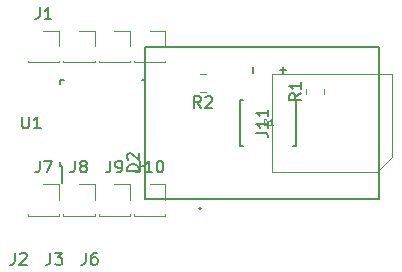
<source format=gbr>
%TF.GenerationSoftware,KiCad,Pcbnew,7.0.9*%
%TF.CreationDate,2024-03-13T00:38:59-05:00*%
%TF.ProjectId,DISPLAY,44495350-4c41-4592-9e6b-696361645f70,rev?*%
%TF.SameCoordinates,Original*%
%TF.FileFunction,Legend,Top*%
%TF.FilePolarity,Positive*%
%FSLAX46Y46*%
G04 Gerber Fmt 4.6, Leading zero omitted, Abs format (unit mm)*
G04 Created by KiCad (PCBNEW 7.0.9) date 2024-03-13 00:39:00*
%MOMM*%
%LPD*%
G01*
G04 APERTURE LIST*
%ADD10C,0.150000*%
%ADD11C,0.100000*%
%ADD12C,0.120000*%
%ADD13C,0.200000*%
%ADD14C,0.127000*%
G04 APERTURE END LIST*
D10*
X159004819Y-88309523D02*
X159719104Y-88309523D01*
X159719104Y-88309523D02*
X159861961Y-88357142D01*
X159861961Y-88357142D02*
X159957200Y-88452380D01*
X159957200Y-88452380D02*
X160004819Y-88595237D01*
X160004819Y-88595237D02*
X160004819Y-88690475D01*
X160004819Y-87309523D02*
X160004819Y-87880951D01*
X160004819Y-87595237D02*
X159004819Y-87595237D01*
X159004819Y-87595237D02*
X159147676Y-87690475D01*
X159147676Y-87690475D02*
X159242914Y-87785713D01*
X159242914Y-87785713D02*
X159290533Y-87880951D01*
X160004819Y-86357142D02*
X160004819Y-86928570D01*
X160004819Y-86642856D02*
X159004819Y-86642856D01*
X159004819Y-86642856D02*
X159147676Y-86738094D01*
X159147676Y-86738094D02*
X159242914Y-86833332D01*
X159242914Y-86833332D02*
X159290533Y-86928570D01*
X144586666Y-98484819D02*
X144586666Y-99199104D01*
X144586666Y-99199104D02*
X144539047Y-99341961D01*
X144539047Y-99341961D02*
X144443809Y-99437200D01*
X144443809Y-99437200D02*
X144300952Y-99484819D01*
X144300952Y-99484819D02*
X144205714Y-99484819D01*
X145491428Y-98484819D02*
X145300952Y-98484819D01*
X145300952Y-98484819D02*
X145205714Y-98532438D01*
X145205714Y-98532438D02*
X145158095Y-98580057D01*
X145158095Y-98580057D02*
X145062857Y-98722914D01*
X145062857Y-98722914D02*
X145015238Y-98913390D01*
X145015238Y-98913390D02*
X145015238Y-99294342D01*
X145015238Y-99294342D02*
X145062857Y-99389580D01*
X145062857Y-99389580D02*
X145110476Y-99437200D01*
X145110476Y-99437200D02*
X145205714Y-99484819D01*
X145205714Y-99484819D02*
X145396190Y-99484819D01*
X145396190Y-99484819D02*
X145491428Y-99437200D01*
X145491428Y-99437200D02*
X145539047Y-99389580D01*
X145539047Y-99389580D02*
X145586666Y-99294342D01*
X145586666Y-99294342D02*
X145586666Y-99056247D01*
X145586666Y-99056247D02*
X145539047Y-98961009D01*
X145539047Y-98961009D02*
X145491428Y-98913390D01*
X145491428Y-98913390D02*
X145396190Y-98865771D01*
X145396190Y-98865771D02*
X145205714Y-98865771D01*
X145205714Y-98865771D02*
X145110476Y-98913390D01*
X145110476Y-98913390D02*
X145062857Y-98961009D01*
X145062857Y-98961009D02*
X145015238Y-99056247D01*
X149069819Y-91563094D02*
X148069819Y-91563094D01*
X148069819Y-91563094D02*
X148069819Y-91324999D01*
X148069819Y-91324999D02*
X148117438Y-91182142D01*
X148117438Y-91182142D02*
X148212676Y-91086904D01*
X148212676Y-91086904D02*
X148307914Y-91039285D01*
X148307914Y-91039285D02*
X148498390Y-90991666D01*
X148498390Y-90991666D02*
X148641247Y-90991666D01*
X148641247Y-90991666D02*
X148831723Y-91039285D01*
X148831723Y-91039285D02*
X148926961Y-91086904D01*
X148926961Y-91086904D02*
X149022200Y-91182142D01*
X149022200Y-91182142D02*
X149069819Y-91324999D01*
X149069819Y-91324999D02*
X149069819Y-91563094D01*
X148165057Y-90610713D02*
X148117438Y-90563094D01*
X148117438Y-90563094D02*
X148069819Y-90467856D01*
X148069819Y-90467856D02*
X148069819Y-90229761D01*
X148069819Y-90229761D02*
X148117438Y-90134523D01*
X148117438Y-90134523D02*
X148165057Y-90086904D01*
X148165057Y-90086904D02*
X148260295Y-90039285D01*
X148260295Y-90039285D02*
X148355533Y-90039285D01*
X148355533Y-90039285D02*
X148498390Y-90086904D01*
X148498390Y-90086904D02*
X149069819Y-90658332D01*
X149069819Y-90658332D02*
X149069819Y-90039285D01*
X154333333Y-86204819D02*
X154000000Y-85728628D01*
X153761905Y-86204819D02*
X153761905Y-85204819D01*
X153761905Y-85204819D02*
X154142857Y-85204819D01*
X154142857Y-85204819D02*
X154238095Y-85252438D01*
X154238095Y-85252438D02*
X154285714Y-85300057D01*
X154285714Y-85300057D02*
X154333333Y-85395295D01*
X154333333Y-85395295D02*
X154333333Y-85538152D01*
X154333333Y-85538152D02*
X154285714Y-85633390D01*
X154285714Y-85633390D02*
X154238095Y-85681009D01*
X154238095Y-85681009D02*
X154142857Y-85728628D01*
X154142857Y-85728628D02*
X153761905Y-85728628D01*
X154714286Y-85300057D02*
X154761905Y-85252438D01*
X154761905Y-85252438D02*
X154857143Y-85204819D01*
X154857143Y-85204819D02*
X155095238Y-85204819D01*
X155095238Y-85204819D02*
X155190476Y-85252438D01*
X155190476Y-85252438D02*
X155238095Y-85300057D01*
X155238095Y-85300057D02*
X155285714Y-85395295D01*
X155285714Y-85395295D02*
X155285714Y-85490533D01*
X155285714Y-85490533D02*
X155238095Y-85633390D01*
X155238095Y-85633390D02*
X154666667Y-86204819D01*
X154666667Y-86204819D02*
X155285714Y-86204819D01*
X162804819Y-84986666D02*
X162328628Y-85319999D01*
X162804819Y-85558094D02*
X161804819Y-85558094D01*
X161804819Y-85558094D02*
X161804819Y-85177142D01*
X161804819Y-85177142D02*
X161852438Y-85081904D01*
X161852438Y-85081904D02*
X161900057Y-85034285D01*
X161900057Y-85034285D02*
X161995295Y-84986666D01*
X161995295Y-84986666D02*
X162138152Y-84986666D01*
X162138152Y-84986666D02*
X162233390Y-85034285D01*
X162233390Y-85034285D02*
X162281009Y-85081904D01*
X162281009Y-85081904D02*
X162328628Y-85177142D01*
X162328628Y-85177142D02*
X162328628Y-85558094D01*
X162804819Y-84034285D02*
X162804819Y-84605713D01*
X162804819Y-84319999D02*
X161804819Y-84319999D01*
X161804819Y-84319999D02*
X161947676Y-84415237D01*
X161947676Y-84415237D02*
X162042914Y-84510475D01*
X162042914Y-84510475D02*
X162090533Y-84605713D01*
X140666666Y-90684819D02*
X140666666Y-91399104D01*
X140666666Y-91399104D02*
X140619047Y-91541961D01*
X140619047Y-91541961D02*
X140523809Y-91637200D01*
X140523809Y-91637200D02*
X140380952Y-91684819D01*
X140380952Y-91684819D02*
X140285714Y-91684819D01*
X141047619Y-90684819D02*
X141714285Y-90684819D01*
X141714285Y-90684819D02*
X141285714Y-91684819D01*
X143666666Y-90684819D02*
X143666666Y-91399104D01*
X143666666Y-91399104D02*
X143619047Y-91541961D01*
X143619047Y-91541961D02*
X143523809Y-91637200D01*
X143523809Y-91637200D02*
X143380952Y-91684819D01*
X143380952Y-91684819D02*
X143285714Y-91684819D01*
X144285714Y-91113390D02*
X144190476Y-91065771D01*
X144190476Y-91065771D02*
X144142857Y-91018152D01*
X144142857Y-91018152D02*
X144095238Y-90922914D01*
X144095238Y-90922914D02*
X144095238Y-90875295D01*
X144095238Y-90875295D02*
X144142857Y-90780057D01*
X144142857Y-90780057D02*
X144190476Y-90732438D01*
X144190476Y-90732438D02*
X144285714Y-90684819D01*
X144285714Y-90684819D02*
X144476190Y-90684819D01*
X144476190Y-90684819D02*
X144571428Y-90732438D01*
X144571428Y-90732438D02*
X144619047Y-90780057D01*
X144619047Y-90780057D02*
X144666666Y-90875295D01*
X144666666Y-90875295D02*
X144666666Y-90922914D01*
X144666666Y-90922914D02*
X144619047Y-91018152D01*
X144619047Y-91018152D02*
X144571428Y-91065771D01*
X144571428Y-91065771D02*
X144476190Y-91113390D01*
X144476190Y-91113390D02*
X144285714Y-91113390D01*
X144285714Y-91113390D02*
X144190476Y-91161009D01*
X144190476Y-91161009D02*
X144142857Y-91208628D01*
X144142857Y-91208628D02*
X144095238Y-91303866D01*
X144095238Y-91303866D02*
X144095238Y-91494342D01*
X144095238Y-91494342D02*
X144142857Y-91589580D01*
X144142857Y-91589580D02*
X144190476Y-91637200D01*
X144190476Y-91637200D02*
X144285714Y-91684819D01*
X144285714Y-91684819D02*
X144476190Y-91684819D01*
X144476190Y-91684819D02*
X144571428Y-91637200D01*
X144571428Y-91637200D02*
X144619047Y-91589580D01*
X144619047Y-91589580D02*
X144666666Y-91494342D01*
X144666666Y-91494342D02*
X144666666Y-91303866D01*
X144666666Y-91303866D02*
X144619047Y-91208628D01*
X144619047Y-91208628D02*
X144571428Y-91161009D01*
X144571428Y-91161009D02*
X144476190Y-91113390D01*
X140666666Y-77684819D02*
X140666666Y-78399104D01*
X140666666Y-78399104D02*
X140619047Y-78541961D01*
X140619047Y-78541961D02*
X140523809Y-78637200D01*
X140523809Y-78637200D02*
X140380952Y-78684819D01*
X140380952Y-78684819D02*
X140285714Y-78684819D01*
X141666666Y-78684819D02*
X141095238Y-78684819D01*
X141380952Y-78684819D02*
X141380952Y-77684819D01*
X141380952Y-77684819D02*
X141285714Y-77827676D01*
X141285714Y-77827676D02*
X141190476Y-77922914D01*
X141190476Y-77922914D02*
X141095238Y-77970533D01*
X146666666Y-90684819D02*
X146666666Y-91399104D01*
X146666666Y-91399104D02*
X146619047Y-91541961D01*
X146619047Y-91541961D02*
X146523809Y-91637200D01*
X146523809Y-91637200D02*
X146380952Y-91684819D01*
X146380952Y-91684819D02*
X146285714Y-91684819D01*
X147190476Y-91684819D02*
X147380952Y-91684819D01*
X147380952Y-91684819D02*
X147476190Y-91637200D01*
X147476190Y-91637200D02*
X147523809Y-91589580D01*
X147523809Y-91589580D02*
X147619047Y-91446723D01*
X147619047Y-91446723D02*
X147666666Y-91256247D01*
X147666666Y-91256247D02*
X147666666Y-90875295D01*
X147666666Y-90875295D02*
X147619047Y-90780057D01*
X147619047Y-90780057D02*
X147571428Y-90732438D01*
X147571428Y-90732438D02*
X147476190Y-90684819D01*
X147476190Y-90684819D02*
X147285714Y-90684819D01*
X147285714Y-90684819D02*
X147190476Y-90732438D01*
X147190476Y-90732438D02*
X147142857Y-90780057D01*
X147142857Y-90780057D02*
X147095238Y-90875295D01*
X147095238Y-90875295D02*
X147095238Y-91113390D01*
X147095238Y-91113390D02*
X147142857Y-91208628D01*
X147142857Y-91208628D02*
X147190476Y-91256247D01*
X147190476Y-91256247D02*
X147285714Y-91303866D01*
X147285714Y-91303866D02*
X147476190Y-91303866D01*
X147476190Y-91303866D02*
X147571428Y-91256247D01*
X147571428Y-91256247D02*
X147619047Y-91208628D01*
X147619047Y-91208628D02*
X147666666Y-91113390D01*
D11*
X159630952Y-87666109D02*
X159630952Y-87166109D01*
X159630952Y-87166109D02*
X159750000Y-87166109D01*
X159750000Y-87166109D02*
X159821428Y-87189919D01*
X159821428Y-87189919D02*
X159869047Y-87237538D01*
X159869047Y-87237538D02*
X159892857Y-87285157D01*
X159892857Y-87285157D02*
X159916666Y-87380395D01*
X159916666Y-87380395D02*
X159916666Y-87451823D01*
X159916666Y-87451823D02*
X159892857Y-87547061D01*
X159892857Y-87547061D02*
X159869047Y-87594680D01*
X159869047Y-87594680D02*
X159821428Y-87642300D01*
X159821428Y-87642300D02*
X159750000Y-87666109D01*
X159750000Y-87666109D02*
X159630952Y-87666109D01*
X160392857Y-87666109D02*
X160107143Y-87666109D01*
X160250000Y-87666109D02*
X160250000Y-87166109D01*
X160250000Y-87166109D02*
X160202381Y-87237538D01*
X160202381Y-87237538D02*
X160154762Y-87285157D01*
X160154762Y-87285157D02*
X160107143Y-87308966D01*
D10*
X139188095Y-86954819D02*
X139188095Y-87764342D01*
X139188095Y-87764342D02*
X139235714Y-87859580D01*
X139235714Y-87859580D02*
X139283333Y-87907200D01*
X139283333Y-87907200D02*
X139378571Y-87954819D01*
X139378571Y-87954819D02*
X139569047Y-87954819D01*
X139569047Y-87954819D02*
X139664285Y-87907200D01*
X139664285Y-87907200D02*
X139711904Y-87859580D01*
X139711904Y-87859580D02*
X139759523Y-87764342D01*
X139759523Y-87764342D02*
X139759523Y-86954819D01*
X140759523Y-87954819D02*
X140188095Y-87954819D01*
X140473809Y-87954819D02*
X140473809Y-86954819D01*
X140473809Y-86954819D02*
X140378571Y-87097676D01*
X140378571Y-87097676D02*
X140283333Y-87192914D01*
X140283333Y-87192914D02*
X140188095Y-87240533D01*
X141586666Y-98484819D02*
X141586666Y-99199104D01*
X141586666Y-99199104D02*
X141539047Y-99341961D01*
X141539047Y-99341961D02*
X141443809Y-99437200D01*
X141443809Y-99437200D02*
X141300952Y-99484819D01*
X141300952Y-99484819D02*
X141205714Y-99484819D01*
X141967619Y-98484819D02*
X142586666Y-98484819D01*
X142586666Y-98484819D02*
X142253333Y-98865771D01*
X142253333Y-98865771D02*
X142396190Y-98865771D01*
X142396190Y-98865771D02*
X142491428Y-98913390D01*
X142491428Y-98913390D02*
X142539047Y-98961009D01*
X142539047Y-98961009D02*
X142586666Y-99056247D01*
X142586666Y-99056247D02*
X142586666Y-99294342D01*
X142586666Y-99294342D02*
X142539047Y-99389580D01*
X142539047Y-99389580D02*
X142491428Y-99437200D01*
X142491428Y-99437200D02*
X142396190Y-99484819D01*
X142396190Y-99484819D02*
X142110476Y-99484819D01*
X142110476Y-99484819D02*
X142015238Y-99437200D01*
X142015238Y-99437200D02*
X141967619Y-99389580D01*
X149190476Y-90684819D02*
X149190476Y-91399104D01*
X149190476Y-91399104D02*
X149142857Y-91541961D01*
X149142857Y-91541961D02*
X149047619Y-91637200D01*
X149047619Y-91637200D02*
X148904762Y-91684819D01*
X148904762Y-91684819D02*
X148809524Y-91684819D01*
X150190476Y-91684819D02*
X149619048Y-91684819D01*
X149904762Y-91684819D02*
X149904762Y-90684819D01*
X149904762Y-90684819D02*
X149809524Y-90827676D01*
X149809524Y-90827676D02*
X149714286Y-90922914D01*
X149714286Y-90922914D02*
X149619048Y-90970533D01*
X150809524Y-90684819D02*
X150904762Y-90684819D01*
X150904762Y-90684819D02*
X151000000Y-90732438D01*
X151000000Y-90732438D02*
X151047619Y-90780057D01*
X151047619Y-90780057D02*
X151095238Y-90875295D01*
X151095238Y-90875295D02*
X151142857Y-91065771D01*
X151142857Y-91065771D02*
X151142857Y-91303866D01*
X151142857Y-91303866D02*
X151095238Y-91494342D01*
X151095238Y-91494342D02*
X151047619Y-91589580D01*
X151047619Y-91589580D02*
X151000000Y-91637200D01*
X151000000Y-91637200D02*
X150904762Y-91684819D01*
X150904762Y-91684819D02*
X150809524Y-91684819D01*
X150809524Y-91684819D02*
X150714286Y-91637200D01*
X150714286Y-91637200D02*
X150666667Y-91589580D01*
X150666667Y-91589580D02*
X150619048Y-91494342D01*
X150619048Y-91494342D02*
X150571429Y-91303866D01*
X150571429Y-91303866D02*
X150571429Y-91065771D01*
X150571429Y-91065771D02*
X150619048Y-90875295D01*
X150619048Y-90875295D02*
X150666667Y-90780057D01*
X150666667Y-90780057D02*
X150714286Y-90732438D01*
X150714286Y-90732438D02*
X150809524Y-90684819D01*
X138586666Y-98484819D02*
X138586666Y-99199104D01*
X138586666Y-99199104D02*
X138539047Y-99341961D01*
X138539047Y-99341961D02*
X138443809Y-99437200D01*
X138443809Y-99437200D02*
X138300952Y-99484819D01*
X138300952Y-99484819D02*
X138205714Y-99484819D01*
X139015238Y-98580057D02*
X139062857Y-98532438D01*
X139062857Y-98532438D02*
X139158095Y-98484819D01*
X139158095Y-98484819D02*
X139396190Y-98484819D01*
X139396190Y-98484819D02*
X139491428Y-98532438D01*
X139491428Y-98532438D02*
X139539047Y-98580057D01*
X139539047Y-98580057D02*
X139586666Y-98675295D01*
X139586666Y-98675295D02*
X139586666Y-98770533D01*
X139586666Y-98770533D02*
X139539047Y-98913390D01*
X139539047Y-98913390D02*
X138967619Y-99484819D01*
X138967619Y-99484819D02*
X139586666Y-99484819D01*
D12*
%TO.C,J11*%
X170500000Y-83340000D02*
X160390000Y-83340000D01*
X170500000Y-90390000D02*
X170500000Y-83340000D01*
X170500000Y-90390000D02*
X169230000Y-91660000D01*
X169230000Y-91660000D02*
X160390000Y-91660000D01*
X160390000Y-91660000D02*
X160390000Y-83340000D01*
%TO.C,J6*%
X148670000Y-82210000D02*
X148670000Y-82330000D01*
X148670000Y-82330000D02*
X151330000Y-82330000D01*
X150000000Y-79670000D02*
X151330000Y-79670000D01*
X151330000Y-79670000D02*
X151330000Y-81000000D01*
X151330000Y-82210000D02*
X151330000Y-82330000D01*
D13*
%TO.C,D2*%
X154350000Y-94750000D02*
G75*
G03*
X154350000Y-94750000I-100000J0D01*
G01*
D14*
X169430000Y-81100000D02*
X169430000Y-93900000D01*
X149570000Y-81100000D02*
X169430000Y-81100000D01*
X169430000Y-93900000D02*
X149570000Y-93900000D01*
X149570000Y-93900000D02*
X149570000Y-81100000D01*
D12*
%TO.C,R2*%
X154727064Y-84835000D02*
X154272936Y-84835000D01*
X154727064Y-83365000D02*
X154272936Y-83365000D01*
%TO.C,R1*%
X163265000Y-85047064D02*
X163265000Y-84592936D01*
X164735000Y-85047064D02*
X164735000Y-84592936D01*
%TO.C,J7*%
X139670000Y-95210000D02*
X139670000Y-95330000D01*
X139670000Y-95330000D02*
X142330000Y-95330000D01*
X141000000Y-92670000D02*
X142330000Y-92670000D01*
X142330000Y-92670000D02*
X142330000Y-94000000D01*
X142330000Y-95210000D02*
X142330000Y-95330000D01*
%TO.C,J8*%
X142670000Y-95210000D02*
X142670000Y-95330000D01*
X142670000Y-95330000D02*
X145330000Y-95330000D01*
X144000000Y-92670000D02*
X145330000Y-92670000D01*
X145330000Y-92670000D02*
X145330000Y-94000000D01*
X145330000Y-95210000D02*
X145330000Y-95330000D01*
%TO.C,J1*%
X139670000Y-82210000D02*
X139670000Y-82330000D01*
X139670000Y-82330000D02*
X142330000Y-82330000D01*
X141000000Y-79670000D02*
X142330000Y-79670000D01*
X142330000Y-79670000D02*
X142330000Y-81000000D01*
X142330000Y-82210000D02*
X142330000Y-82330000D01*
%TO.C,J9*%
X145670000Y-95210000D02*
X145670000Y-95330000D01*
X145670000Y-95330000D02*
X148330000Y-95330000D01*
X147000000Y-92670000D02*
X148330000Y-92670000D01*
X148330000Y-92670000D02*
X148330000Y-94000000D01*
X148330000Y-95210000D02*
X148330000Y-95330000D01*
D14*
%TO.C,D1*%
X161250000Y-82750000D02*
X161250000Y-83250000D01*
X158750000Y-82750000D02*
X158750000Y-83250000D01*
X161500000Y-83000000D02*
X161000000Y-83000000D01*
X162362500Y-85575000D02*
X162095000Y-85575000D01*
X157905000Y-85575000D02*
X157637500Y-85575000D01*
X157637500Y-85575000D02*
X157637500Y-89425000D01*
X162362500Y-89425000D02*
X162362500Y-85575000D01*
X162095000Y-89425000D02*
X162362500Y-89425000D01*
X157637500Y-89425000D02*
X157905000Y-89425000D01*
D10*
%TO.C,U1*%
X142375000Y-91125000D02*
X142600000Y-91125000D01*
X142375000Y-91125000D02*
X142375000Y-90800000D01*
X142600000Y-91125000D02*
X142600000Y-92550000D01*
X149625000Y-91125000D02*
X149300000Y-91125000D01*
X149625000Y-91125000D02*
X149625000Y-90800000D01*
X142375000Y-83875000D02*
X142375000Y-84200000D01*
X142375000Y-83875000D02*
X142700000Y-83875000D01*
X149625000Y-83875000D02*
X149625000Y-84200000D01*
X149625000Y-83875000D02*
X149300000Y-83875000D01*
D12*
%TO.C,J3*%
X145670000Y-82210000D02*
X145670000Y-82330000D01*
X145670000Y-82330000D02*
X148330000Y-82330000D01*
X147000000Y-79670000D02*
X148330000Y-79670000D01*
X148330000Y-79670000D02*
X148330000Y-81000000D01*
X148330000Y-82210000D02*
X148330000Y-82330000D01*
%TO.C,J10*%
X148670000Y-95210000D02*
X148670000Y-95330000D01*
X148670000Y-95330000D02*
X151330000Y-95330000D01*
X150000000Y-92670000D02*
X151330000Y-92670000D01*
X151330000Y-92670000D02*
X151330000Y-94000000D01*
X151330000Y-95210000D02*
X151330000Y-95330000D01*
%TO.C,J2*%
X142670000Y-82210000D02*
X142670000Y-82330000D01*
X142670000Y-82330000D02*
X145330000Y-82330000D01*
X144000000Y-79670000D02*
X145330000Y-79670000D01*
X145330000Y-79670000D02*
X145330000Y-81000000D01*
X145330000Y-82210000D02*
X145330000Y-82330000D01*
%TD*%
M02*

</source>
